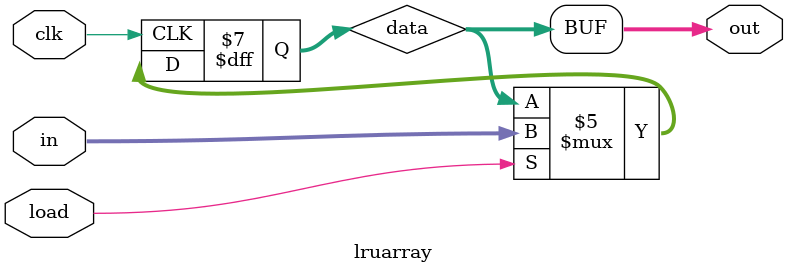
<source format=sv>

module lruarray
(
	input clk,
	input load,
	input [7:0] in,
	output logic [7:0] out
);

logic [7:0] data;

initial
begin
	data = 8'b00011011;
end

always_ff @ (posedge clk)
begin
	if(load)
		data = in;
end

always_comb
begin
	out = data;
end

endmodule : lruarray

</source>
